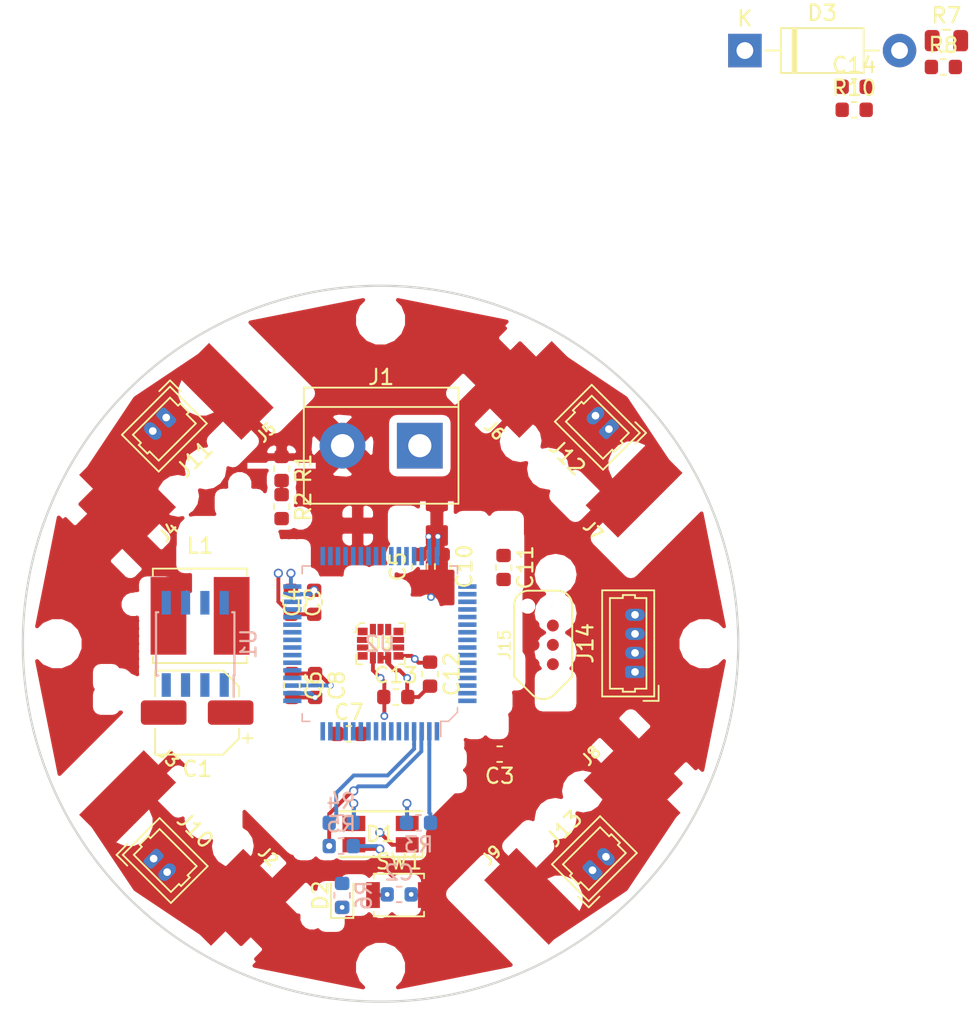
<source format=kicad_pcb>
(kicad_pcb (version 20171130) (host pcbnew 5.0.2-bee76a0~70~ubuntu16.04.1)
  (layers (0 F.Cu mixed) (1 In1.Cu mixed) (2 In2.Cu mixed) (31 B.Cu mixed) (34 B.Paste user) (35 F.Paste user) (36 B.SilkS user) (37 F.SilkS user) (38 B.Mask user) (39 F.Mask user) (44 Edge.Cuts user))
  (net 0 "")
  (net 1 GND)
  (net 2 +12V)
  (net 3 /RST)
  (net 4 VDD)
  (net 5 "Net-(C4-Pad2)")
  (net 6 "Net-(C5-Pad2)")
  (net 7 "Net-(D1-Pad2)")
  (net 8 "Net-(D1-Pad4)")
  (net 9 "Net-(D1-Pad3)")
  (net 10 "Net-(D2-Pad1)")
  (net 11 /M1S)
  (net 12 /M2S)
  (net 13 /M3S)
  (net 14 /M4S)
  (net 15 /UART_RX)
  (net 16 /UART_TX)
  (net 17 /SWCLK)
  (net 18 /SWIM)
  (net 19 /SWDIO)
  (net 20 /BAT_READ)
  (net 21 /RLED)
  (net 22 /GLED)
  (net 23 /BLED)
  (net 24 "Net-(U2-Pad17)")
  (net 25 "Net-(U2-Pad1)")
  (net 26 "Net-(U2-Pad5)")
  (net 27 "Net-(U2-Pad6)")
  (net 28 "Net-(U2-Pad8)")
  (net 29 "Net-(U2-Pad9)")
  (net 30 "Net-(U2-Pad10)")
  (net 31 "Net-(U2-Pad11)")
  (net 32 "Net-(U2-Pad24)")
  (net 33 "Net-(U2-Pad25)")
  (net 34 "Net-(U2-Pad29)")
  (net 35 "Net-(U2-Pad30)")
  (net 36 "Net-(U2-Pad34)")
  (net 37 "Net-(U2-Pad35)")
  (net 38 "Net-(U2-Pad36)")
  (net 39 "Net-(U2-Pad38)")
  (net 40 "Net-(U2-Pad39)")
  (net 41 "Net-(U2-Pad40)")
  (net 42 "Net-(U2-Pad41)")
  (net 43 "Net-(U2-Pad42)")
  (net 44 "Net-(U2-Pad43)")
  (net 45 "Net-(U2-Pad44)")
  (net 46 "Net-(U2-Pad45)")
  (net 47 "Net-(U2-Pad50)")
  (net 48 "Net-(U2-Pad52)")
  (net 49 "Net-(U2-Pad53)")
  (net 50 "Net-(U2-Pad54)")
  (net 51 "Net-(U2-Pad55)")
  (net 52 "Net-(U2-Pad56)")
  (net 53 "Net-(U2-Pad57)")
  (net 54 "Net-(U2-Pad58)")
  (net 55 "Net-(U2-Pad59)")
  (net 56 "Net-(U2-Pad60)")
  (net 57 "Net-(U2-Pad61)")
  (net 58 "Net-(U3-Pad2)")
  (net 59 "Net-(U3-Pad3)")
  (net 60 "Net-(U3-Pad4)")
  (net 61 "Net-(U3-Pad11)")
  (net 62 "Net-(U3-Pad10)")
  (net 63 "Net-(U3-Pad9)")
  (net 64 /IMU_CS)
  (net 65 "Net-(U2-Pad26)")
  (net 66 "Net-(U2-Pad27)")
  (net 67 "Net-(U2-Pad28)")
  (net 68 /SPI_CLK)
  (net 69 /SPI_MISO)
  (net 70 /SPI_MOSI)
  (net 71 GNDD)
  (net 72 "Net-(C3-Pad1)")
  (net 73 "Net-(D3-Pad1)")
  (net 74 "Net-(R7-Pad1)")
  (net 75 "Net-(R10-Pad2)")
  (module Mounting_Holes:MountingHole_2.2mm_M2 (layer F.Cu) (at 118.75 100)
    (fp_text reference REF** hide)
    (fp_text value MountingHole_3.2mm_M3)
    (pad 1 np_thru_hole circle (at 0 0) (size 2.2 2.2) (drill 2.2) (layers *.Cu *.Mask))
  )
  (module Mounting_Holes:MountingHole_2.2mm_M2 (layer F.Cu) (at 161.25 100)
    (fp_text reference REF** hide)
    (fp_text value MountingHole_3.2mm_M3)
    (pad 1 np_thru_hole circle (at 0 0) (size 2.2 2.2) (drill 2.2) (layers *.Cu *.Mask))
  )
  (module Mounting_Holes:MountingHole_2.2mm_M2 (layer F.Cu) (at 140 78.75)
    (fp_text reference REF** hide)
    (fp_text value MountingHole_3.2mm_M3)
    (pad 1 np_thru_hole circle (at 0 0) (size 2.2 2.2) (drill 2.2) (layers *.Cu *.Mask))
  )
  (module digikey-footprints:LQFP-64_10x10mm (layer B.Cu) (at 139.954 100 180)
    (fp_text reference U2 (at 0 0 180) (layer B.SilkS) (effects (justify mirror)))
    (fp_text value STM32F405RGT6)
    (pad 17 smd rect (at 5.75 -3.75 180) (size 1.2 0.3) (layers B.Cu B.Paste B.Mask) (net 24 "Net-(U2-Pad17)"))
    (pad 1 smd rect (at -3.75 -5.75 180) (size 0.3 1.2) (layers B.Cu B.Paste B.Mask) (net 25 "Net-(U2-Pad1)"))
    (pad 2 smd rect (at -3.25 -5.75 180) (size 0.3 1.2) (layers B.Cu B.Paste B.Mask) (net 21 /RLED))
    (pad 3 smd rect (at -2.75 -5.75 180) (size 0.3 1.2) (layers B.Cu B.Paste B.Mask) (net 23 /BLED))
    (pad 4 smd rect (at -2.25 -5.75 180) (size 0.3 1.2) (layers B.Cu B.Paste B.Mask) (net 22 /GLED))
    (pad 5 smd rect (at -1.75 -5.75 180) (size 0.3 1.2) (layers B.Cu B.Paste B.Mask) (net 26 "Net-(U2-Pad5)"))
    (pad 6 smd rect (at -1.25 -5.75 180) (size 0.3 1.2) (layers B.Cu B.Paste B.Mask) (net 27 "Net-(U2-Pad6)"))
    (pad 7 smd rect (at -0.75 -5.75 180) (size 0.3 1.2) (layers B.Cu B.Paste B.Mask) (net 3 /RST))
    (pad 8 smd rect (at -0.25 -5.75 180) (size 0.3 1.2) (layers B.Cu B.Paste B.Mask) (net 28 "Net-(U2-Pad8)"))
    (pad 9 smd rect (at 0.25 -5.75 180) (size 0.3 1.2) (layers B.Cu B.Paste B.Mask) (net 29 "Net-(U2-Pad9)"))
    (pad 10 smd rect (at 0.75 -5.75 180) (size 0.3 1.2) (layers B.Cu B.Paste B.Mask) (net 30 "Net-(U2-Pad10)"))
    (pad 11 smd rect (at 1.25 -5.75 180) (size 0.3 1.2) (layers B.Cu B.Paste B.Mask) (net 31 "Net-(U2-Pad11)"))
    (pad 12 smd rect (at 1.75 -5.75 180) (size 0.3 1.2) (layers B.Cu B.Paste B.Mask) (net 71 GNDD))
    (pad 13 smd rect (at 2.25 -5.75 180) (size 0.3 1.2) (layers B.Cu B.Paste B.Mask) (net 4 VDD))
    (pad 14 smd rect (at 2.75 -5.75 180) (size 0.3 1.2) (layers B.Cu B.Paste B.Mask) (net 16 /UART_TX))
    (pad 15 smd rect (at 3.25 -5.75 180) (size 0.3 1.2) (layers B.Cu B.Paste B.Mask) (net 15 /UART_RX))
    (pad 16 smd rect (at 3.75 -5.75 180) (size 0.3 1.2) (layers B.Cu B.Paste B.Mask) (net 14 /M4S))
    (pad 18 smd rect (at 5.75 -3.25 180) (size 1.2 0.3) (layers B.Cu B.Paste B.Mask) (net 71 GNDD))
    (pad 19 smd rect (at 5.75 -2.75 180) (size 1.2 0.3) (layers B.Cu B.Paste B.Mask) (net 4 VDD))
    (pad 20 smd rect (at 5.75 -2.25 180) (size 1.2 0.3) (layers B.Cu B.Paste B.Mask) (net 64 /IMU_CS))
    (pad 21 smd rect (at 5.75 -1.75 180) (size 1.2 0.3) (layers B.Cu B.Paste B.Mask) (net 68 /SPI_CLK))
    (pad 22 smd rect (at 5.75 -1.25 180) (size 1.2 0.3) (layers B.Cu B.Paste B.Mask) (net 69 /SPI_MISO))
    (pad 23 smd rect (at 5.75 -0.75 180) (size 1.2 0.3) (layers B.Cu B.Paste B.Mask) (net 70 /SPI_MOSI))
    (pad 24 smd rect (at 5.75 -0.25 180) (size 1.2 0.3) (layers B.Cu B.Paste B.Mask) (net 32 "Net-(U2-Pad24)"))
    (pad 25 smd rect (at 5.75 0.25 180) (size 1.2 0.3) (layers B.Cu B.Paste B.Mask) (net 33 "Net-(U2-Pad25)"))
    (pad 26 smd rect (at 5.75 0.75 180) (size 1.2 0.3) (layers B.Cu B.Paste B.Mask) (net 65 "Net-(U2-Pad26)"))
    (pad 27 smd rect (at 5.75 1.25 180) (size 1.2 0.3) (layers B.Cu B.Paste B.Mask) (net 66 "Net-(U2-Pad27)"))
    (pad 28 smd rect (at 5.75 1.75 180) (size 1.2 0.3) (layers B.Cu B.Paste B.Mask) (net 67 "Net-(U2-Pad28)"))
    (pad 29 smd rect (at 5.75 2.25 180) (size 1.2 0.3) (layers B.Cu B.Paste B.Mask) (net 34 "Net-(U2-Pad29)"))
    (pad 30 smd rect (at 5.75 2.75 180) (size 1.2 0.3) (layers B.Cu B.Paste B.Mask) (net 35 "Net-(U2-Pad30)"))
    (pad 31 smd rect (at 5.75 3.25 180) (size 1.2 0.3) (layers B.Cu B.Paste B.Mask) (net 5 "Net-(C4-Pad2)"))
    (pad 32 smd rect (at 5.75 3.75 180) (size 1.2 0.3) (layers B.Cu B.Paste B.Mask) (net 4 VDD))
    (pad 33 smd rect (at 3.75 5.75 180) (size 0.3 1.2) (layers B.Cu B.Paste B.Mask) (net 13 /M3S))
    (pad 34 smd rect (at 3.25 5.75 180) (size 0.3 1.2) (layers B.Cu B.Paste B.Mask) (net 36 "Net-(U2-Pad34)"))
    (pad 35 smd rect (at 2.75 5.75 180) (size 0.3 1.2) (layers B.Cu B.Paste B.Mask) (net 37 "Net-(U2-Pad35)"))
    (pad 36 smd rect (at 2.25 5.75 180) (size 0.3 1.2) (layers B.Cu B.Paste B.Mask) (net 38 "Net-(U2-Pad36)"))
    (pad 37 smd rect (at 1.75 5.75 180) (size 0.3 1.2) (layers B.Cu B.Paste B.Mask) (net 20 /BAT_READ))
    (pad 38 smd rect (at 1.25 5.75 180) (size 0.3 1.2) (layers B.Cu B.Paste B.Mask) (net 39 "Net-(U2-Pad38)"))
    (pad 39 smd rect (at 0.75 5.75 180) (size 0.3 1.2) (layers B.Cu B.Paste B.Mask) (net 40 "Net-(U2-Pad39)"))
    (pad 40 smd rect (at 0.25 5.75 180) (size 0.3 1.2) (layers B.Cu B.Paste B.Mask) (net 41 "Net-(U2-Pad40)"))
    (pad 41 smd rect (at -0.25 5.75 180) (size 0.3 1.2) (layers B.Cu B.Paste B.Mask) (net 42 "Net-(U2-Pad41)"))
    (pad 42 smd rect (at -0.75 5.75 180) (size 0.3 1.2) (layers B.Cu B.Paste B.Mask) (net 43 "Net-(U2-Pad42)"))
    (pad 43 smd rect (at -1.25 5.75 180) (size 0.3 1.2) (layers B.Cu B.Paste B.Mask) (net 44 "Net-(U2-Pad43)"))
    (pad 44 smd rect (at -1.75 5.75 180) (size 0.3 1.2) (layers B.Cu B.Paste B.Mask) (net 45 "Net-(U2-Pad44)"))
    (pad 45 smd rect (at -2.25 5.75 180) (size 0.3 1.2) (layers B.Cu B.Paste B.Mask) (net 46 "Net-(U2-Pad45)"))
    (pad 46 smd rect (at -2.75 5.75 180) (size 0.3 1.2) (layers B.Cu B.Paste B.Mask) (net 19 /SWDIO))
    (pad 47 smd rect (at -3.25 5.75 180) (size 0.3 1.2) (layers B.Cu B.Paste B.Mask) (net 6 "Net-(C5-Pad2)"))
    (pad 48 smd rect (at -3.75 5.75 180) (size 0.3 1.2) (layers B.Cu B.Paste B.Mask) (net 4 VDD))
    (pad 49 smd rect (at -5.75 3.75 180) (size 1.2 0.3) (layers B.Cu B.Paste B.Mask) (net 17 /SWCLK))
    (pad 50 smd rect (at -5.75 3.25 180) (size 1.2 0.3) (layers B.Cu B.Paste B.Mask) (net 47 "Net-(U2-Pad50)"))
    (pad 51 smd rect (at -5.75 2.75 180) (size 1.2 0.3) (layers B.Cu B.Paste B.Mask) (net 12 /M2S))
    (pad 52 smd rect (at -5.75 2.25 180) (size 1.2 0.3) (layers B.Cu B.Paste B.Mask) (net 48 "Net-(U2-Pad52)"))
    (pad 53 smd rect (at -5.75 1.75 180) (size 1.2 0.3) (layers B.Cu B.Paste B.Mask) (net 49 "Net-(U2-Pad53)"))
    (pad 54 smd rect (at -5.75 1.25 180) (size 1.2 0.3) (layers B.Cu B.Paste B.Mask) (net 50 "Net-(U2-Pad54)"))
    (pad 55 smd rect (at -5.75 0.75 180) (size 1.2 0.3) (layers B.Cu B.Paste B.Mask) (net 51 "Net-(U2-Pad55)"))
    (pad 56 smd rect (at -5.75 0.25 180) (size 1.2 0.3) (layers B.Cu B.Paste B.Mask) (net 52 "Net-(U2-Pad56)"))
    (pad 57 smd rect (at -5.75 -0.25 180) (size 1.2 0.3) (layers B.Cu B.Paste B.Mask) (net 53 "Net-(U2-Pad57)"))
    (pad 58 smd rect (at -5.75 -0.75 180) (size 1.2 0.3) (layers B.Cu B.Paste B.Mask) (net 54 "Net-(U2-Pad58)"))
    (pad 59 smd rect (at -5.75 -1.25 180) (size 1.2 0.3) (layers B.Cu B.Paste B.Mask) (net 55 "Net-(U2-Pad59)"))
    (pad 60 smd rect (at -5.75 -1.75 180) (size 1.2 0.3) (layers B.Cu B.Paste B.Mask) (net 56 "Net-(U2-Pad60)"))
    (pad 61 smd rect (at -5.75 -2.25 180) (size 1.2 0.3) (layers B.Cu B.Paste B.Mask) (net 57 "Net-(U2-Pad61)"))
    (pad 62 smd rect (at -5.75 -2.75 180) (size 1.2 0.3) (layers B.Cu B.Paste B.Mask) (net 11 /M1S))
    (pad 63 smd rect (at -5.75 -3.25 180) (size 1.2 0.3) (layers B.Cu B.Paste B.Mask) (net 71 GNDD))
    (pad 64 smd rect (at -5.75 -3.75 180) (size 1.2 0.3) (layers B.Cu B.Paste B.Mask) (net 4 VDD))
  )
  (module digikey-footprints:LGA-14L_2.5x3mm__LSM6DS3 (layer F.Cu) (at 140 100)
    (fp_text reference U3 (at 0 0) (layer F.SilkS) (effects (font (size 0.75 0.75))))
    (fp_text value LSM6DS3TR)
    (pad 2 smd rect (at -1.175 -0.25) (size 0.75 0.4) (layers F.Cu F.Paste F.Mask) (net 58 "Net-(U3-Pad2)"))
    (pad 3 smd rect (at -1.175 0.25) (size 0.75 0.4) (layers F.Cu F.Paste F.Mask) (net 59 "Net-(U3-Pad3)"))
    (pad 4 smd rect (at -1.175 0.8) (size 0.65 0.5) (layers F.Cu F.Paste F.Mask) (net 60 "Net-(U3-Pad4)"))
    (pad 1 smd rect (at -1.175 -0.8) (size 0.65 0.5) (layers F.Cu F.Paste F.Mask) (net 69 /SPI_MISO))
    (pad 11 smd rect (at 1.175 -0.8) (size 0.65 0.5) (layers F.Cu F.Paste F.Mask) (net 61 "Net-(U3-Pad11)"))
    (pad 10 smd rect (at 1.175 -0.25) (size 0.75 0.4) (layers F.Cu F.Paste F.Mask) (net 62 "Net-(U3-Pad10)"))
    (pad 9 smd rect (at 1.175 0.25) (size 0.75 0.4) (layers F.Cu F.Paste F.Mask) (net 63 "Net-(U3-Pad9)"))
    (pad 8 smd rect (at 1.175 0.8) (size 0.65 0.5) (layers F.Cu F.Paste F.Mask) (net 4 VDD))
    (pad 6 smd rect (at 0 0.925) (size 0.4 0.75) (layers F.Cu F.Paste F.Mask) (net 71 GNDD))
    (pad 7 smd rect (at 0.5 0.925) (size 0.4 0.75) (layers F.Cu F.Paste F.Mask) (net 71 GNDD))
    (pad 5 smd rect (at -0.5 0.925) (size 0.4 0.75) (layers F.Cu F.Paste F.Mask) (net 4 VDD))
    (pad 13 smd rect (at 0 -0.925) (size 0.4 0.75) (layers F.Cu F.Paste F.Mask) (net 68 /SPI_CLK))
    (pad 14 smd rect (at -0.5 -0.925) (size 0.4 0.75) (layers F.Cu F.Paste F.Mask) (net 70 /SPI_MOSI))
    (pad 12 smd rect (at 0.5 -0.925) (size 0.4 0.75) (layers F.Cu F.Paste F.Mask) (net 64 /IMU_CS))
  )
  (module Pads:SolderWirePad_single_SMD_3x6mm (layer F.Cu) (at 129.921 116.6495 315)
    (fp_text reference J2 (at 0 -3.81 315) (layer F.SilkS) (effects (font (size 0.75 0.75))))
    (fp_text value M1_VB)
    (pad 1 smd rect (at 0 0 315) (size 3 6) (layers F.Cu F.Paste F.Mask) (net 2 +12V))
  )
  (module Pads:SolderWirePad_single_SMD_3x6mm (layer F.Cu) (at 123.3805 110.1725 315)
    (fp_text reference J3 (at 0 -3.81 315) (layer F.SilkS) (effects (font (size 0.75 0.75))))
    (fp_text value M1_GND)
    (pad 1 smd rect (at 0 0 315) (size 3 6) (layers F.Cu F.Paste F.Mask) (net 1 GND))
  )
  (module Pads:SolderWirePad_single_SMD_3x6mm (layer F.Cu) (at 123.3805 89.9795 225)
    (fp_text reference J4 (at 0 -3.81 225) (layer F.SilkS) (effects (font (size 0.75 0.75))))
    (fp_text value M2_VB)
    (pad 1 smd rect (at 0 0 225) (size 3 6) (layers F.Cu F.Paste F.Mask) (net 2 +12V))
  )
  (module Pads:SolderWirePad_single_SMD_3x6mm (layer F.Cu) (at 129.794 83.439 225)
    (fp_text reference J5 (at 0 -3.81 225) (layer F.SilkS) (effects (font (size 0.75 0.75))))
    (fp_text value M2_GND)
    (pad 1 smd rect (at 0 0 225) (size 3 6) (layers F.Cu F.Paste F.Mask) (net 1 GND))
  )
  (module Pads:SolderWirePad_single_SMD_3x6mm (layer F.Cu) (at 150.1775 83.312 135)
    (fp_text reference J6 (at 0 -3.81 135) (layer F.SilkS) (effects (font (size 0.75 0.75))))
    (fp_text value M3_VB)
    (pad 1 smd rect (at 0 0 135) (size 3 6) (layers F.Cu F.Paste F.Mask) (net 2 +12V))
  )
  (module Pads:SolderWirePad_single_SMD_3x6mm (layer F.Cu) (at 156.6545 89.8525 135)
    (fp_text reference J7 (at 0 -3.81 135) (layer F.SilkS) (effects (font (size 0.75 0.75))))
    (fp_text value M3_GND)
    (pad 1 smd rect (at 0 0 135) (size 3 6) (layers F.Cu F.Paste F.Mask) (net 1 GND))
  )
  (module Pads:SolderWirePad_single_SMD_3x6mm (layer F.Cu) (at 156.5275 110.0455 45)
    (fp_text reference J8 (at 0 -3.81 45) (layer F.SilkS) (effects (font (size 0.75 0.75))))
    (fp_text value M4_VB)
    (pad 1 smd rect (at 0 0 45) (size 3 6) (layers F.Cu F.Paste F.Mask) (net 2 +12V))
  )
  (module Pads:SolderWirePad_single_SMD_3x6mm (layer F.Cu) (at 149.987 116.586 45)
    (fp_text reference J9 (at 0 -3.81 45) (layer F.SilkS) (effects (font (size 0.75 0.75))))
    (fp_text value M4_GND)
    (pad 1 smd rect (at 0 0 45) (size 3 6) (layers F.Cu F.Paste F.Mask) (net 1 GND))
  )
  (module Mounting_Holes:MountingHole_2.2mm_M2 (layer F.Cu) (at 140 121.25)
    (fp_text reference REF** hide)
    (fp_text value MountingHole_3.2mm_M3)
    (pad 1 np_thru_hole circle (at 0 0) (size 2.2 2.2) (drill 2.2) (layers *.Cu *.Mask))
  )
  (module Capacitor_SMD:CP_Elec_5x5.3 (layer F.Cu) (at 127.9525 104.521 180)
    (fp_text reference C1 (at 0 -3.7 180) (layer F.SilkS))
    (fp_text value 100uF)
    (pad 1 smd roundrect (at -2.2 0 180) (size 3 1.6) (layers F.Cu F.Paste F.Mask) (roundrect_rratio 0.15625) (net 1 GND))
    (pad 2 smd roundrect (at 2.2 0 180) (size 3 1.6) (layers F.Cu F.Paste F.Mask) (roundrect_rratio 0.15625) (net 2 +12V))
  )
  (module Capacitor_SMD:C_0603_1608Metric (layer B.Cu) (at 141.224 116.459 180)
    (fp_text reference C2 (at 0 1.43 180) (layer B.SilkS) (effects (justify mirror)))
    (fp_text value 100nF)
    (pad 1 smd roundrect (at -0.7875 0 180) (size 0.875 0.95) (layers B.Cu B.Paste B.Mask) (net 71 GNDD))
    (pad 2 smd roundrect (at 0.7875 0 180) (size 0.875 0.95) (layers B.Cu B.Paste B.Mask) (net 3 /RST))
  )
  (module Capacitor_SMD:C_0603_1608Metric (layer F.Cu) (at 147.828 107.2515 180)
    (fp_text reference C3 (at 0 -1.43 180) (layer F.SilkS))
    (fp_text value 470pF)
    (pad 1 smd roundrect (at -0.7875 0 180) (size 0.875 0.95) (layers F.Cu F.Paste F.Mask) (net 72 "Net-(C3-Pad1)"))
    (pad 2 smd roundrect (at 0.7875 0 180) (size 0.875 0.95) (layers F.Cu F.Paste F.Mask) (net 71 GNDD))
  )
  (module Capacitor_SMD:C_0603_1608Metric (layer F.Cu) (at 135.636 97.282 90)
    (fp_text reference C4 (at 0 -1.43 90) (layer F.SilkS))
    (fp_text value 2.2uF)
    (pad 2 smd roundrect (at 0.7875 0 90) (size 0.875 0.95) (layers F.Cu F.Paste F.Mask) (net 5 "Net-(C4-Pad2)"))
    (pad 1 smd roundrect (at -0.7875 0 90) (size 0.875 0.95) (layers F.Cu F.Paste F.Mask) (net 71 GNDD))
  )
  (module Capacitor_SMD:C_0603_1608Metric (layer F.Cu) (at 142.566 94.936 90)
    (fp_text reference C5 (at 0 -1.43 90) (layer F.SilkS))
    (fp_text value 2.2uF)
    (pad 2 smd roundrect (at 0.7875 0 90) (size 0.875 0.95) (layers F.Cu F.Paste F.Mask) (net 6 "Net-(C5-Pad2)"))
    (pad 1 smd roundrect (at -0.7875 0 90) (size 0.875 0.95) (layers F.Cu F.Paste F.Mask) (net 71 GNDD))
  )
  (module Capacitor_SMD:C_0603_1608Metric (layer F.Cu) (at 134.1755 102.743 270)
    (fp_text reference C6 (at 0 -1.43 270) (layer F.SilkS))
    (fp_text value 4.7uF)
    (pad 1 smd roundrect (at -0.7875 0 270) (size 0.875 0.95) (layers F.Cu F.Paste F.Mask) (net 4 VDD))
    (pad 2 smd roundrect (at 0.7875 0 270) (size 0.875 0.95) (layers F.Cu F.Paste F.Mask) (net 71 GNDD))
  )
  (module Capacitor_SMD:C_0603_1608Metric (layer F.Cu) (at 137.922 105.918)
    (fp_text reference C7 (at 0 -1.43) (layer F.SilkS))
    (fp_text value 100nF)
    (pad 2 smd roundrect (at 0.7875 0) (size 0.875 0.95) (layers F.Cu F.Paste F.Mask) (net 71 GNDD))
    (pad 1 smd roundrect (at -0.7875 0) (size 0.875 0.95) (layers F.Cu F.Paste F.Mask) (net 4 VDD))
  )
  (module Capacitor_SMD:C_0603_1608Metric (layer F.Cu) (at 135.6995 102.743 270)
    (fp_text reference C8 (at 0 -1.43 270) (layer F.SilkS))
    (fp_text value 100nF)
    (pad 1 smd roundrect (at -0.7875 0 270) (size 0.875 0.95) (layers F.Cu F.Paste F.Mask) (net 4 VDD))
    (pad 2 smd roundrect (at 0.7875 0 270) (size 0.875 0.95) (layers F.Cu F.Paste F.Mask) (net 71 GNDD))
  )
  (module Capacitor_SMD:C_0603_1608Metric (layer F.Cu) (at 134.112 97.282 270)
    (fp_text reference C9 (at 0 -1.43 270) (layer F.SilkS))
    (fp_text value 100nF)
    (pad 2 smd roundrect (at 0.7875 0 270) (size 0.875 0.95) (layers F.Cu F.Paste F.Mask) (net 71 GNDD))
    (pad 1 smd roundrect (at -0.7875 0 270) (size 0.875 0.95) (layers F.Cu F.Paste F.Mask) (net 4 VDD))
  )
  (module Capacitor_SMD:C_0603_1608Metric (layer F.Cu) (at 144.0815 94.9325 270)
    (fp_text reference C10 (at 0 -1.43 270) (layer F.SilkS))
    (fp_text value 100nF)
    (pad 2 smd roundrect (at 0.7875 0 270) (size 0.875 0.95) (layers F.Cu F.Paste F.Mask) (net 71 GNDD))
    (pad 1 smd roundrect (at -0.7875 0 270) (size 0.875 0.95) (layers F.Cu F.Paste F.Mask) (net 4 VDD))
  )
  (module Capacitor_SMD:C_0603_1608Metric (layer F.Cu) (at 148.082 94.996 270)
    (fp_text reference C11 (at 0 -1.43 270) (layer F.SilkS))
    (fp_text value 100nF)
    (pad 1 smd roundrect (at -0.7875 0 270) (size 0.875 0.95) (layers F.Cu F.Paste F.Mask) (net 4 VDD))
    (pad 2 smd roundrect (at 0.7875 0 270) (size 0.875 0.95) (layers F.Cu F.Paste F.Mask) (net 71 GNDD))
  )
  (module Capacitor_SMD:C_0603_1608Metric (layer F.Cu) (at 143.25 102 270)
    (fp_text reference C12 (at 0 -1.43 270) (layer F.SilkS))
    (fp_text value 100nF)
    (pad 2 smd roundrect (at 0.7875 0 270) (size 0.875 0.95) (layers F.Cu F.Paste F.Mask) (net 71 GNDD))
    (pad 1 smd roundrect (at -0.7875 0 270) (size 0.875 0.95) (layers F.Cu F.Paste F.Mask) (net 4 VDD))
  )
  (module Capacitor_SMD:C_0603_1608Metric (layer F.Cu) (at 141 103.5)
    (fp_text reference C13 (at 0 -1.43) (layer F.SilkS))
    (fp_text value 100nF)
    (pad 1 smd roundrect (at -0.7875 0) (size 0.875 0.95) (layers F.Cu F.Paste F.Mask) (net 71 GNDD))
    (pad 2 smd roundrect (at 0.7875 0) (size 0.875 0.95) (layers F.Cu F.Paste F.Mask) (net 4 VDD))
  )
  (module Capacitor_SMD:C_0603_1608Metric (layer F.Cu) (at 171.115001 63.441001)
    (fp_text reference C14 (at 0 -1.43) (layer F.SilkS))
    (fp_text value 470uF)
    (pad 1 smd roundrect (at -0.7875 0) (size 0.875 0.95) (layers F.Cu F.Paste F.Mask) (net 71 GNDD))
    (pad 2 smd roundrect (at 0.7875 0) (size 0.875 0.95) (layers F.Cu F.Paste F.Mask) (net 4 VDD))
  )
  (module LED_SMD:LED_RGB_1210 (layer F.Cu) (at 140 112.5 180)
    (fp_text reference D1 (at 0 0 180) (layer F.SilkS))
    (fp_text value LED_ARGB)
    (pad 1 smd rect (at -1.75 -0.7) (size 1.5 1) (layers F.Cu F.Paste F.Mask) (net 4 VDD))
    (pad 2 smd rect (at -1.75 0.7) (size 1.5 1) (layers F.Cu F.Paste F.Mask) (net 7 "Net-(D1-Pad2)"))
    (pad 4 smd rect (at 1.75 -0.7) (size 1.5 1) (layers F.Cu F.Paste F.Mask) (net 8 "Net-(D1-Pad4)"))
    (pad 3 smd rect (at 1.75 0.7) (size 1.5 1) (layers F.Cu F.Paste F.Mask) (net 9 "Net-(D1-Pad3)"))
  )
  (module LED_SMD:LED_0603_1608Metric (layer F.Cu) (at 137.4775 116.5225 90)
    (fp_text reference D2 (at 0 -1.43 90) (layer F.SilkS))
    (fp_text value LED)
    (pad 1 smd roundrect (at -0.7875 0 90) (size 0.875 0.95) (layers F.Cu F.Paste F.Mask) (net 10 "Net-(D2-Pad1)"))
    (pad 2 smd roundrect (at 0.7875 0 90) (size 0.875 0.95) (layers F.Cu F.Paste F.Mask) (net 4 VDD))
  )
  (module Diode_THT:D_DO-41_SOD81_P10.16mm_Horizontal (layer F.Cu) (at 163.935001 61.061001)
    (fp_text reference D3 (at 5.08 -2.47) (layer F.SilkS))
    (fp_text value 1N5819)
    (fp_text user K (at 0 -2.1) (layer F.SilkS))
    (pad 1 thru_hole rect (at 0 0) (size 2.2 2.2) (drill 1.1) (layers *.Cu *.Mask) (net 73 "Net-(D3-Pad1)"))
    (pad 2 thru_hole oval (at 10.16 0) (size 2.2 2.2) (drill 1.1) (layers *.Cu *.Mask) (net 71 GNDD))
  )
  (module TerminalBlock:TerminalBlock_bornier-2_P5.08mm (layer F.Cu) (at 142.58 87 180)
    (fp_text reference J1 (at 2.54 4.5 180) (layer F.SilkS))
    (fp_text value Bat_Connect)
    (pad 1 thru_hole rect (at 0 0 180) (size 3 3) (drill 1.52) (layers *.Cu *.Mask) (net 1 GND))
    (pad 2 thru_hole circle (at 5.08 0 180) (size 3 3) (drill 1.52) (layers *.Cu *.Mask) (net 2 +12V))
  )
  (module Connector_Molex:Molex_PicoBlade_53047-0210_1x02_P1.25mm_Vertical (layer F.Cu) (at 125.095 114.1095 315)
    (fp_text reference J10 (at 0.62 -3.25 315) (layer F.SilkS))
    (fp_text value M1_Drive)
    (pad 1 thru_hole roundrect (at 0 0 315) (size 0.8 1.3) (drill 0.5) (layers *.Cu *.Mask) (net 71 GNDD))
    (pad 2 thru_hole oval (at 1.25 0 315) (size 0.8 1.3) (drill 0.5) (layers *.Cu *.Mask) (net 11 /M1S))
  )
  (module Connector_Molex:Molex_PicoBlade_53047-0210_1x02_P1.25mm_Vertical (layer F.Cu) (at 125.9205 85.1535 225)
    (fp_text reference J11 (at 0.62 -3.25 225) (layer F.SilkS))
    (fp_text value M2_Drive)
    (pad 2 thru_hole oval (at 1.249999 0 225) (size 0.8 1.3) (drill 0.5) (layers *.Cu *.Mask) (net 12 /M2S))
    (pad 1 thru_hole roundrect (at 0 0 225) (size 0.8 1.3) (drill 0.5) (layers *.Cu *.Mask) (net 71 GNDD))
  )
  (module Connector_Molex:Molex_PicoBlade_53047-0210_1x02_P1.25mm_Vertical (layer F.Cu) (at 155.0035 85.9155 135)
    (fp_text reference J12 (at 0.62 -3.25 135) (layer F.SilkS))
    (fp_text value M3_Drive)
    (pad 1 thru_hole roundrect (at 0 0 135) (size 0.8 1.3) (drill 0.5) (layers *.Cu *.Mask) (net 71 GNDD))
    (pad 2 thru_hole oval (at 1.249999 0 135) (size 0.8 1.3) (drill 0.5) (layers *.Cu *.Mask) (net 13 /M3S))
  )
  (module Connector_Molex:Molex_PicoBlade_53047-0210_1x02_P1.25mm_Vertical (layer F.Cu) (at 153.924 114.8715 45)
    (fp_text reference J13 (at 0.62 -3.25 45) (layer F.SilkS))
    (fp_text value M4_Drive)
    (pad 2 thru_hole oval (at 1.25 0 45) (size 0.8 1.3) (drill 0.5) (layers *.Cu *.Mask) (net 14 /M4S))
    (pad 1 thru_hole roundrect (at 0 0 45) (size 0.8 1.3) (drill 0.5) (layers *.Cu *.Mask) (net 71 GNDD))
  )
  (module Connector_Molex:Molex_PicoBlade_53047-0410_1x04_P1.25mm_Vertical (layer F.Cu) (at 156.718 101.854 90)
    (fp_text reference J14 (at 1.88 -3.25 90) (layer F.SilkS))
    (fp_text value Conn_01x04_Female)
    (pad 4 thru_hole oval (at 3.75 0 90) (size 0.8 1.3) (drill 0.5) (layers *.Cu *.Mask) (net 16 /UART_TX))
    (pad 3 thru_hole oval (at 2.5 0 90) (size 0.8 1.3) (drill 0.5) (layers *.Cu *.Mask) (net 15 /UART_RX))
    (pad 2 thru_hole oval (at 1.25 0 90) (size 0.8 1.3) (drill 0.5) (layers *.Cu *.Mask) (net 71 GNDD))
    (pad 1 thru_hole roundrect (at 0 0 90) (size 0.8 1.3) (drill 0.5) (layers *.Cu *.Mask) (net 4 VDD))
  )
  (module Tag-Connect:TC2030-NL_SMALL (layer F.Cu) (at 150.6855 100.076 90)
    (fp_text reference J15 (at 0 -2.54 90) (layer F.SilkS) (effects (font (size 0.75692 0.75692) (thickness 0.127))))
    (fp_text value Conn_02x05_Odd_Even hide)
    (pad 1 connect circle (at -1.27 0.635 90) (size 0.78486 0.78486) (layers F.Cu F.Mask) (net 4 VDD))
    (pad 2 connect circle (at -1.27 -0.635 90) (size 0.78486 0.78486) (layers F.Cu F.Mask) (net 19 /SWDIO))
    (pad 3 connect circle (at 0 0.635 90) (size 0.78486 0.78486) (layers F.Cu F.Mask) (net 3 /RST))
    (pad 4 connect circle (at 0 -0.635 90) (size 0.78486 0.78486) (layers F.Cu F.Mask) (net 17 /SWCLK))
    (pad 5 connect circle (at 1.27 0.635 90) (size 0.78486 0.78486) (layers F.Cu F.Mask) (net 71 GNDD))
    (pad 6 connect circle (at 1.27 -0.635 90) (size 0.78486 0.78486) (layers F.Cu F.Mask) (net 18 /SWIM))
    (pad "" np_thru_hole circle (at -2.54 0 90) (size 0.98806 0.98806) (drill 0.98806) (layers *.Cu *.Mask F.SilkS))
    (pad "" np_thru_hole circle (at 2.54 -1.016 90) (size 0.98552 0.98552) (drill 0.98552) (layers *.Cu *.Mask F.SilkS))
    (pad "" np_thru_hole circle (at 2.54 1.016 90) (size 0.98552 0.98552) (drill 0.98552) (layers *.Cu *.Mask F.SilkS))
  )
  (module Inductor_SMD:L_Bourns_SRN6045TA (layer F.Cu) (at 128.143 98.171)
    (fp_text reference L1 (at 0 -4.6) (layer F.SilkS))
    (fp_text value 220uH)
    (pad 1 smd rect (at -2.075 0) (size 2.35 5.1) (layers F.Cu F.Paste F.Mask) (net 73 "Net-(D3-Pad1)"))
    (pad 2 smd rect (at 2.075 0) (size 2.35 5.1) (layers F.Cu F.Paste F.Mask) (net 4 VDD))
  )
  (module Resistor_SMD:R_0603_1608Metric (layer F.Cu) (at 133.5 88.5 270)
    (fp_text reference R1 (at 0 -1.43 270) (layer F.SilkS))
    (fp_text value 56k)
    (pad 2 smd roundrect (at 0.7875 0 270) (size 0.875 0.95) (layers F.Cu F.Paste F.Mask) (net 20 /BAT_READ))
    (pad 1 smd roundrect (at -0.7875 0 270) (size 0.875 0.95) (layers F.Cu F.Paste F.Mask) (net 2 +12V))
  )
  (module Resistor_SMD:R_0603_1608Metric (layer F.Cu) (at 133.5 91 270)
    (fp_text reference R2 (at 0 -1.43 270) (layer F.SilkS))
    (fp_text value 20k)
    (pad 1 smd roundrect (at -0.7875 0 270) (size 0.875 0.95) (layers F.Cu F.Paste F.Mask) (net 20 /BAT_READ))
    (pad 2 smd roundrect (at 0.7875 0 270) (size 0.875 0.95) (layers F.Cu F.Paste F.Mask) (net 1 GND))
  )
  (module Resistor_SMD:R_0603_1608Metric (layer B.Cu) (at 142.494 111.76)
    (fp_text reference R3 (at 0 1.43) (layer B.SilkS) (effects (justify mirror)))
    (fp_text value 1k)
    (pad 2 smd roundrect (at 0.7875 0) (size 0.875 0.95) (layers B.Cu B.Paste B.Mask) (net 21 /RLED))
    (pad 1 smd roundrect (at -0.7875 0) (size 0.875 0.95) (layers B.Cu B.Paste B.Mask) (net 7 "Net-(D1-Pad2)"))
  )
  (module Resistor_SMD:R_0603_1608Metric (layer B.Cu) (at 137.414 111.76 180)
    (fp_text reference R4 (at 0 1.43 180) (layer B.SilkS) (effects (justify mirror)))
    (fp_text value 1k)
    (pad 1 smd roundrect (at -0.7875 0 180) (size 0.875 0.95) (layers B.Cu B.Paste B.Mask) (net 9 "Net-(D1-Pad3)"))
    (pad 2 smd roundrect (at 0.7875 0 180) (size 0.875 0.95) (layers B.Cu B.Paste B.Mask) (net 22 /GLED))
  )
  (module Resistor_SMD:R_0603_1608Metric (layer B.Cu) (at 137.414 113.284 180)
    (fp_text reference R5 (at 0 1.43 180) (layer B.SilkS) (effects (justify mirror)))
    (fp_text value 1k)
    (pad 2 smd roundrect (at 0.7875 0 180) (size 0.875 0.95) (layers B.Cu B.Paste B.Mask) (net 23 /BLED))
    (pad 1 smd roundrect (at -0.7875 0 180) (size 0.875 0.95) (layers B.Cu B.Paste B.Mask) (net 8 "Net-(D1-Pad4)"))
  )
  (module Resistor_SMD:R_0603_1608Metric (layer B.Cu) (at 137.4775 116.5225 90)
    (fp_text reference R6 (at 0 1.43 90) (layer B.SilkS) (effects (justify mirror)))
    (fp_text value 1k)
    (pad 1 smd roundrect (at -0.7875 0 90) (size 0.875 0.95) (layers B.Cu B.Paste B.Mask) (net 10 "Net-(D2-Pad1)"))
    (pad 2 smd roundrect (at 0.7875 0 90) (size 0.875 0.95) (layers B.Cu B.Paste B.Mask) (net 71 GNDD))
  )
  (module Resistor_SMD:R_0805_2012Metric (layer F.Cu) (at 177.175001 60.411001)
    (fp_text reference R7 (at 0 -1.65) (layer F.SilkS))
    (fp_text value 0.33)
    (pad 1 smd roundrect (at -0.9375 0) (size 0.975 1.4) (layers F.Cu F.Paste F.Mask) (net 74 "Net-(R7-Pad1)"))
    (pad 2 smd roundrect (at 0.9375 0) (size 0.975 1.4) (layers F.Cu F.Paste F.Mask) (net 2 +12V))
  )
  (module Resistor_SMD:R_0603_1608Metric (layer F.Cu) (at 176.975001 62.141001)
    (fp_text reference R8 (at 0 -1.43) (layer F.SilkS))
    (fp_text value 2k)
    (pad 1 smd roundrect (at -0.7875 0) (size 0.875 0.95) (layers F.Cu F.Paste F.Mask) (net 75 "Net-(R10-Pad2)"))
    (pad 2 smd roundrect (at 0.7875 0) (size 0.875 0.95) (layers F.Cu F.Paste F.Mask) (net 71 GNDD))
  )
  (module Resistor_SMD:R_0603_1608Metric (layer F.Cu) (at 171.115001 64.951001)
    (fp_text reference R10 (at 0 -1.43) (layer F.SilkS))
    (fp_text value 3.3k)
    (pad 2 smd roundrect (at 0.7875 0) (size 0.875 0.95) (layers F.Cu F.Paste F.Mask) (net 75 "Net-(R10-Pad2)"))
    (pad 1 smd roundrect (at -0.7875 0) (size 0.875 0.95) (layers F.Cu F.Paste F.Mask) (net 4 VDD))
  )
  (module Button_Switch_SMD:SW_SPST_B3U-1000P (layer F.Cu) (at 141.2065 116.5 180)
    (fp_text reference SW1 (at 0 2.2 180) (layer F.SilkS))
    (fp_text value SW_Push)
    (pad 2 smd rect (at 1.7 0 180) (size 0.9 1.7) (layers F.Cu F.Paste F.Mask) (net 3 /RST))
    (pad 1 smd rect (at -1.7 0 180) (size 0.9 1.7) (layers F.Cu F.Paste F.Mask) (net 71 GNDD))
  )
  (module Package_SO:SOIC-8_3.9x4.9mm_P1.27mm (layer B.Cu) (at 127.8255 100.0125 90)
    (fp_text reference U1 (at 0 3.5 90) (layer B.SilkS) (effects (justify mirror)))
    (fp_text value MC34063AD)
    (pad 1 smd rect (at -2.7 1.905 90) (size 1.55 0.6) (layers B.Cu B.Paste B.Mask) (net 74 "Net-(R7-Pad1)"))
    (pad 2 smd rect (at -2.7 0.635 90) (size 1.55 0.6) (layers B.Cu B.Paste B.Mask) (net 73 "Net-(D3-Pad1)"))
    (pad 3 smd rect (at -2.7 -0.635 90) (size 1.55 0.6) (layers B.Cu B.Paste B.Mask) (net 72 "Net-(C3-Pad1)"))
    (pad 4 smd rect (at -2.7 -1.905 90) (size 1.55 0.6) (layers B.Cu B.Paste B.Mask) (net 71 GNDD))
    (pad 5 smd rect (at 2.7 -1.905 90) (size 1.55 0.6) (layers B.Cu B.Paste B.Mask) (net 75 "Net-(R10-Pad2)"))
    (pad 6 smd rect (at 2.7 -0.635 90) (size 1.55 0.6) (layers B.Cu B.Paste B.Mask) (net 2 +12V))
    (pad 7 smd rect (at 2.7 0.635 90) (size 1.55 0.6) (layers B.Cu B.Paste B.Mask) (net 74 "Net-(R7-Pad1)"))
    (pad 8 smd rect (at 2.7 1.905 90) (size 1.55 0.6) (layers B.Cu B.Paste B.Mask) (net 74 "Net-(R7-Pad1)"))
  )
  (gr_circle (center 140 100) (end 163.5 100) (layer Edge.Cuts) (width 0.15))
  (segment (start 141.25 101.75) (end 141.75 102.25) (width 0.254) (layer F.Cu) (net 1))
  (segment (start 140.961398 101.75) (end 141.25 101.75) (width 0.254) (layer F.Cu) (net 1))
  (segment (start 140.5 100.925) (end 140.5 101.288602) (width 0.254) (layer F.Cu) (net 1))
  (segment (start 140.5 101.288602) (end 140.961398 101.75) (width 0.254) (layer F.Cu) (net 1))
  (segment (start 141.75 102.871) (end 141.75 102.25) (width 0.254) (layer F.Cu) (net 1))
  (via (at 141.75 102.25) (size 0.508) (drill 0.3048) (layers F.Cu B.Cu) (net 1))
  (via (at 143.316 96.936) (size 0.508) (drill 0.3048) (layers F.Cu B.Cu) (net 71))
  (segment (start 140.5 100.925) (end 140.027001 100.925) (width 0.254) (layer F.Cu) (net 1))
  (segment (start 141.75 103.5) (end 141.75 102.871) (width 0.254) (layer F.Cu) (net 1))
  (segment (start 141.75 103.5) (end 142.5 103.5) (width 0.254) (layer F.Cu) (net 1))
  (segment (start 142.5 103.5) (end 143.25 102.75) (width 0.254) (layer F.Cu) (net 1))
  (via (at 140.4365 116.459) (size 0.4064) (drill 0.3048) (layers F.Cu B.Cu) (net 3))
  (segment (start 140.3955 116.5) (end 140.4365 116.459) (width 0.254) (layer F.Cu) (net 3))
  (segment (start 139.5065 116.5) (end 140.3955 116.5) (width 0.254) (layer F.Cu) (net 3))
  (segment (start 139.5 100.925) (end 139.5 101.75) (width 0.254) (layer F.Cu) (net 4))
  (segment (start 139.5 101.75) (end 140 102.25) (width 0.254) (layer F.Cu) (net 4))
  (segment (start 140.25 102.871) (end 140.25 102.5) (width 0.254) (layer F.Cu) (net 4))
  (segment (start 140.25 102.5) (end 140 102.25) (width 0.254) (layer F.Cu) (net 4))
  (via (at 140 102.25) (size 0.508) (drill 0.3048) (layers F.Cu B.Cu) (net 4))
  (segment (start 141.175 100.8) (end 142.05 100.8) (width 0.254) (layer F.Cu) (net 4))
  (segment (start 142.05 100.8) (end 142.25 101) (width 0.254) (layer F.Cu) (net 4))
  (segment (start 143.25 101.25) (end 142.5 101.25) (width 0.254) (layer F.Cu) (net 4))
  (segment (start 142.5 101.25) (end 142.25 101) (width 0.254) (layer F.Cu) (net 4))
  (via (at 142.25 101) (size 0.508) (drill 0.3048) (layers F.Cu B.Cu) (net 4))
  (segment (start 140.25 103.5) (end 140.25 104.75) (width 0.254) (layer F.Cu) (net 4))
  (via (at 140.25 104.75) (size 0.508) (drill 0.3048) (layers F.Cu B.Cu) (net 4))
  (segment (start 140.25 103.5) (end 140.25 102.871) (width 0.254) (layer F.Cu) (net 4))
  (via (at 139.954 112.395) (size 0.6) (drill 0.4) (layers F.Cu B.Cu) (net 4))
  (segment (start 140.759 113.2) (end 139.954 112.395) (width 0.254) (layer F.Cu) (net 4))
  (segment (start 141.75 113.2) (end 140.759 113.2) (width 0.254) (layer F.Cu) (net 4))
  (via (at 134.112 95.377) (size 0.6) (drill 0.4) (layers F.Cu B.Cu) (net 4))
  (segment (start 134.112 96.4945) (end 134.112 95.377) (width 0.254) (layer F.Cu) (net 4))
  (segment (start 134.112 96.158) (end 134.204 96.25) (width 0.254) (layer B.Cu) (net 4))
  (segment (start 134.112 95.377) (end 134.112 96.158) (width 0.254) (layer B.Cu) (net 4))
  (segment (start 134.1755 101.9555) (end 135.6995 101.9555) (width 0.254) (layer F.Cu) (net 4))
  (via (at 136.7155 102.743) (size 0.4064) (drill 0.3048) (layers F.Cu B.Cu) (net 4))
  (segment (start 135.928 101.9555) (end 136.7155 102.743) (width 0.254) (layer F.Cu) (net 4))
  (segment (start 135.6995 101.9555) (end 135.928 101.9555) (width 0.254) (layer F.Cu) (net 4))
  (segment (start 134.211 102.743) (end 134.204 102.75) (width 0.254) (layer B.Cu) (net 4))
  (segment (start 136.7155 102.743) (end 134.211 102.743) (width 0.254) (layer B.Cu) (net 4))
  (via (at 143.764 92.964) (size 0.4064) (drill 0.3048) (layers F.Cu B.Cu) (net 4))
  (segment (start 144.0815 93.2815) (end 143.764 92.964) (width 0.254) (layer F.Cu) (net 4))
  (segment (start 144.0815 94.145) (end 144.0815 93.2815) (width 0.254) (layer F.Cu) (net 4))
  (segment (start 143.764 94.19) (end 143.704 94.25) (width 0.254) (layer B.Cu) (net 4))
  (segment (start 143.764 92.964) (end 143.764 94.19) (width 0.254) (layer B.Cu) (net 4))
  (via (at 135.636 96.4945) (size 0.6) (drill 0.4) (layers F.Cu B.Cu) (net 5))
  (segment (start 135.3805 96.75) (end 134.204 96.75) (width 0.254) (layer B.Cu) (net 5))
  (segment (start 135.636 96.4945) (end 135.3805 96.75) (width 0.254) (layer B.Cu) (net 5))
  (segment (start 142.566 94.161) (end 142.566 94.186) (width 0.254) (layer F.Cu) (net 6))
  (via (at 143.157597 92.964) (size 0.4064) (drill 0.3048) (layers F.Cu B.Cu) (net 6))
  (segment (start 143.204 93.010403) (end 143.157597 92.964) (width 0.254) (layer B.Cu) (net 6))
  (segment (start 143.204 94.25) (end 143.204 93.010403) (width 0.254) (layer B.Cu) (net 6))
  (segment (start 143.157597 93.556903) (end 142.566 94.1485) (width 0.254) (layer F.Cu) (net 6))
  (segment (start 143.157597 92.964) (end 143.157597 93.556903) (width 0.254) (layer F.Cu) (net 6))
  (segment (start 141.75 111.8) (end 142 111.8) (width 0.254) (layer F.Cu) (net 7))
  (segment (start 141.8 111.75) (end 141.75 111.8) (width 0.254) (layer F.Cu) (net 7))
  (via (at 141.732 110.49) (size 0.6) (drill 0.4) (layers F.Cu B.Cu) (net 7))
  (segment (start 141.75 110.508) (end 141.732 110.49) (width 0.25) (layer F.Cu) (net 7))
  (segment (start 141.75 111.8) (end 141.75 110.508) (width 0.25) (layer F.Cu) (net 7))
  (segment (start 141.732 111.7345) (end 141.7065 111.76) (width 0.25) (layer B.Cu) (net 7))
  (segment (start 141.732 110.49) (end 141.732 111.7345) (width 0.25) (layer B.Cu) (net 7))
  (segment (start 138.2 113.25) (end 138.25 113.2) (width 0.254) (layer F.Cu) (net 8))
  (via (at 139.954 113.4745) (size 0.6) (drill 0.4) (layers F.Cu B.Cu) (net 8))
  (segment (start 139.7635 113.284) (end 139.954 113.4745) (width 0.254) (layer B.Cu) (net 8))
  (segment (start 138.2015 113.284) (end 139.7635 113.284) (width 0.254) (layer B.Cu) (net 8))
  (segment (start 138.5245 113.4745) (end 138.25 113.2) (width 0.254) (layer F.Cu) (net 8))
  (segment (start 139.954 113.4745) (end 138.5245 113.4745) (width 0.254) (layer F.Cu) (net 8))
  (segment (start 138.2 111.75) (end 138.25 111.8) (width 0.254) (layer F.Cu) (net 9))
  (via (at 138.2395 110.49) (size 0.6) (drill 0.4) (layers F.Cu B.Cu) (net 9))
  (segment (start 138.25 110.5005) (end 138.2395 110.49) (width 0.254) (layer F.Cu) (net 9))
  (segment (start 138.25 111.8) (end 138.25 110.5005) (width 0.254) (layer F.Cu) (net 9))
  (segment (start 138.2395 111.722) (end 138.2015 111.76) (width 0.254) (layer B.Cu) (net 9))
  (segment (start 138.2395 110.49) (end 138.2395 111.722) (width 0.254) (layer B.Cu) (net 9))
  (via (at 137.4775 117.31) (size 0.4064) (drill 0.3048) (layers F.Cu B.Cu) (net 10))
  (segment (start 133.5 89.25) (end 133.5 90.25) (width 0.254) (layer F.Cu) (net 20))
  (segment (start 143.204 111.1075) (end 143.204 106.604) (width 0.254) (layer B.Cu) (net 21))
  (segment (start 143.2815 111.185) (end 143.204 111.1075) (width 0.254) (layer B.Cu) (net 21))
  (segment (start 143.204 106.604) (end 143.204 105.75) (width 0.254) (layer B.Cu) (net 21))
  (segment (start 143.2815 111.76) (end 143.2815 111.185) (width 0.254) (layer B.Cu) (net 21))
  (segment (start 137.088112 111.298388) (end 137.088112 109.799888) (width 0.254) (layer B.Cu) (net 22))
  (segment (start 136.6265 111.76) (end 137.088112 111.298388) (width 0.254) (layer B.Cu) (net 22))
  (segment (start 137.088112 109.799888) (end 138.2395 108.6485) (width 0.254) (layer B.Cu) (net 22))
  (segment (start 142.204 106.604) (end 142.204 105.75) (width 0.254) (layer B.Cu) (net 22))
  (segment (start 140.462 108.6485) (end 142.204 106.9065) (width 0.254) (layer B.Cu) (net 22))
  (segment (start 142.204 106.9065) (end 142.204 106.604) (width 0.254) (layer B.Cu) (net 22))
  (segment (start 138.2395 108.6485) (end 140.462 108.6485) (width 0.254) (layer B.Cu) (net 22))
  (via (at 136.6265 113.284) (size 0.6) (drill 0.4) (layers F.Cu B.Cu) (net 23))
  (via (at 138.2395 109.6645) (size 0.6) (drill 0.4) (layers F.Cu B.Cu) (net 23))
  (segment (start 136.6265 111.175038) (end 138.137038 109.6645) (width 0.254) (layer F.Cu) (net 23))
  (segment (start 138.137038 109.6645) (end 138.2395 109.6645) (width 0.254) (layer F.Cu) (net 23))
  (segment (start 136.6265 113.284) (end 136.6265 111.175038) (width 0.254) (layer F.Cu) (net 23))
  (segment (start 142.681001 105.772999) (end 142.704 105.75) (width 0.254) (layer B.Cu) (net 23))
  (segment (start 142.681001 107.071566) (end 142.681001 105.772999) (width 0.254) (layer B.Cu) (net 23))
  (segment (start 140.388065 109.364501) (end 142.681001 107.071566) (width 0.254) (layer B.Cu) (net 23))
  (segment (start 138.539499 109.364501) (end 140.388065 109.364501) (width 0.254) (layer B.Cu) (net 23))
  (segment (start 138.2395 109.6645) (end 138.539499 109.364501) (width 0.254) (layer B.Cu) (net 23))
  (segment (start 135.636 98.0695) (end 134.112 98.0695) (width 0.254) (layer F.Cu) (net 71))
  (via (at 133.2865 95.377) (size 0.6) (drill 0.4) (layers F.Cu B.Cu) (net 71))
  (segment (start 133.2865 97.244) (end 133.2865 95.377) (width 0.254) (layer F.Cu) (net 71))
  (segment (start 134.112 98.0695) (end 133.2865 97.244) (width 0.254) (layer F.Cu) (net 71))
  (via (at 142.0115 116.459) (size 0.4064) (drill 0.3048) (layers F.Cu B.Cu) (net 71))
  (segment (start 142.0525 116.5) (end 142.0115 116.459) (width 0.254) (layer F.Cu) (net 71))
  (segment (start 142.9065 116.5) (end 142.0525 116.5) (width 0.254) (layer F.Cu) (net 71))
  (segment (start 134.1755 103.5305) (end 135.6995 103.5305) (width 0.254) (layer F.Cu) (net 71))
  (via (at 135.6995 103.5305) (size 0.4064) (drill 0.3048) (layers F.Cu B.Cu) (net 71))
  (segment (start 135.419 103.25) (end 135.6995 103.5305) (width 0.254) (layer B.Cu) (net 71))
  (segment (start 134.204 103.25) (end 135.419 103.25) (width 0.254) (layer B.Cu) (net 71))
  (segment (start 144.078 95.7235) (end 144.0815 95.72) (width 0.254) (layer F.Cu) (net 71))
  (segment (start 143.316 95.727) (end 143.3195 95.7235) (width 0.254) (layer F.Cu) (net 71))
  (segment (start 143.316 96.936) (end 143.316 95.727) (width 0.254) (layer F.Cu) (net 71))
  (segment (start 143.3195 95.7235) (end 144.078 95.7235) (width 0.254) (layer F.Cu) (net 71))
  (segment (start 142.566 95.7235) (end 143.3195 95.7235) (width 0.254) (layer F.Cu) (net 71))
  (zone (net 2) (net_name +12V) (layer F.Cu) (connect_pads (clearance 0.508)) (min_thickness 0.254) (fill yes (arc_segments 16) (thermal_gap 0.508) (thermal_bridge_width 5))
    (polygon (pts (xy 165 75) (xy 165 125) (xy 115 125) (xy 115 75)))
  )
)
</source>
